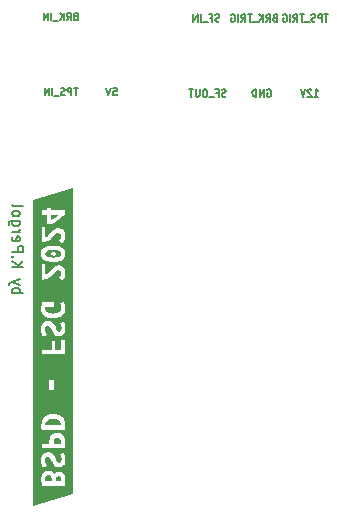
<source format=gbr>
%TF.GenerationSoftware,KiCad,Pcbnew,(6.0.8)*%
%TF.CreationDate,2023-11-13T19:04:35+01:00*%
%TF.ProjectId,BSPD-07,42535044-2d30-4372-9e6b-696361645f70,rev?*%
%TF.SameCoordinates,Original*%
%TF.FileFunction,Legend,Bot*%
%TF.FilePolarity,Positive*%
%FSLAX46Y46*%
G04 Gerber Fmt 4.6, Leading zero omitted, Abs format (unit mm)*
G04 Created by KiCad (PCBNEW (6.0.8)) date 2023-11-13 19:04:35*
%MOMM*%
%LPD*%
G01*
G04 APERTURE LIST*
%ADD10C,0.150000*%
G04 APERTURE END LIST*
D10*
X154757657Y-90025542D02*
X154671942Y-90054114D01*
X154643371Y-90082685D01*
X154614800Y-90139828D01*
X154614800Y-90225542D01*
X154643371Y-90282685D01*
X154671942Y-90311257D01*
X154729085Y-90339828D01*
X154957657Y-90339828D01*
X154957657Y-89739828D01*
X154757657Y-89739828D01*
X154700514Y-89768400D01*
X154671942Y-89796971D01*
X154643371Y-89854114D01*
X154643371Y-89911257D01*
X154671942Y-89968400D01*
X154700514Y-89996971D01*
X154757657Y-90025542D01*
X154957657Y-90025542D01*
X154014800Y-90339828D02*
X154214800Y-90054114D01*
X154357657Y-90339828D02*
X154357657Y-89739828D01*
X154129085Y-89739828D01*
X154071942Y-89768400D01*
X154043371Y-89796971D01*
X154014800Y-89854114D01*
X154014800Y-89939828D01*
X154043371Y-89996971D01*
X154071942Y-90025542D01*
X154129085Y-90054114D01*
X154357657Y-90054114D01*
X153757657Y-90339828D02*
X153757657Y-89739828D01*
X153414800Y-90339828D02*
X153671942Y-89996971D01*
X153414800Y-89739828D02*
X153757657Y-90082685D01*
X153300514Y-90396971D02*
X152843371Y-90396971D01*
X152700514Y-90339828D02*
X152700514Y-89739828D01*
X152414800Y-90339828D02*
X152414800Y-89739828D01*
X152071942Y-90339828D01*
X152071942Y-89739828D01*
X171654942Y-90152542D02*
X171569228Y-90181114D01*
X171540657Y-90209685D01*
X171512085Y-90266828D01*
X171512085Y-90352542D01*
X171540657Y-90409685D01*
X171569228Y-90438257D01*
X171626371Y-90466828D01*
X171854942Y-90466828D01*
X171854942Y-89866828D01*
X171654942Y-89866828D01*
X171597800Y-89895400D01*
X171569228Y-89923971D01*
X171540657Y-89981114D01*
X171540657Y-90038257D01*
X171569228Y-90095400D01*
X171597800Y-90123971D01*
X171654942Y-90152542D01*
X171854942Y-90152542D01*
X170912085Y-90466828D02*
X171112085Y-90181114D01*
X171254942Y-90466828D02*
X171254942Y-89866828D01*
X171026371Y-89866828D01*
X170969228Y-89895400D01*
X170940657Y-89923971D01*
X170912085Y-89981114D01*
X170912085Y-90066828D01*
X170940657Y-90123971D01*
X170969228Y-90152542D01*
X171026371Y-90181114D01*
X171254942Y-90181114D01*
X170654942Y-90466828D02*
X170654942Y-89866828D01*
X170312085Y-90466828D02*
X170569228Y-90123971D01*
X170312085Y-89866828D02*
X170654942Y-90209685D01*
X170197800Y-90523971D02*
X169740657Y-90523971D01*
X169683514Y-89866828D02*
X169340657Y-89866828D01*
X169512085Y-90466828D02*
X169512085Y-89866828D01*
X168797800Y-90466828D02*
X168997800Y-90181114D01*
X169140657Y-90466828D02*
X169140657Y-89866828D01*
X168912085Y-89866828D01*
X168854942Y-89895400D01*
X168826371Y-89923971D01*
X168797800Y-89981114D01*
X168797800Y-90066828D01*
X168826371Y-90123971D01*
X168854942Y-90152542D01*
X168912085Y-90181114D01*
X169140657Y-90181114D01*
X168540657Y-90466828D02*
X168540657Y-89866828D01*
X167940657Y-89895400D02*
X167997800Y-89866828D01*
X168083514Y-89866828D01*
X168169228Y-89895400D01*
X168226371Y-89952542D01*
X168254942Y-90009685D01*
X168283514Y-90123971D01*
X168283514Y-90209685D01*
X168254942Y-90323971D01*
X168226371Y-90381114D01*
X168169228Y-90438257D01*
X168083514Y-90466828D01*
X168026371Y-90466828D01*
X167940657Y-90438257D01*
X167912085Y-90409685D01*
X167912085Y-90209685D01*
X168026371Y-90209685D01*
X149424657Y-113460542D02*
X150324657Y-113460542D01*
X149981800Y-113460542D02*
X150024657Y-113374828D01*
X150024657Y-113203400D01*
X149981800Y-113117685D01*
X149938942Y-113074828D01*
X149853228Y-113031971D01*
X149596085Y-113031971D01*
X149510371Y-113074828D01*
X149467514Y-113117685D01*
X149424657Y-113203400D01*
X149424657Y-113374828D01*
X149467514Y-113460542D01*
X150024657Y-112731971D02*
X149424657Y-112517685D01*
X150024657Y-112303400D02*
X149424657Y-112517685D01*
X149210371Y-112603400D01*
X149167514Y-112646257D01*
X149124657Y-112731971D01*
X149424657Y-111274828D02*
X150324657Y-111274828D01*
X149424657Y-110760542D02*
X149938942Y-111146257D01*
X150324657Y-110760542D02*
X149810371Y-111274828D01*
X149510371Y-110374828D02*
X149467514Y-110331971D01*
X149424657Y-110374828D01*
X149467514Y-110417685D01*
X149510371Y-110374828D01*
X149424657Y-110374828D01*
X149424657Y-109946257D02*
X150324657Y-109946257D01*
X150324657Y-109603400D01*
X150281800Y-109517685D01*
X150238942Y-109474828D01*
X150153228Y-109431971D01*
X150024657Y-109431971D01*
X149938942Y-109474828D01*
X149896085Y-109517685D01*
X149853228Y-109603400D01*
X149853228Y-109946257D01*
X149467514Y-108703400D02*
X149424657Y-108789114D01*
X149424657Y-108960542D01*
X149467514Y-109046257D01*
X149553228Y-109089114D01*
X149896085Y-109089114D01*
X149981800Y-109046257D01*
X150024657Y-108960542D01*
X150024657Y-108789114D01*
X149981800Y-108703400D01*
X149896085Y-108660542D01*
X149810371Y-108660542D01*
X149724657Y-109089114D01*
X149424657Y-108274828D02*
X150024657Y-108274828D01*
X149853228Y-108274828D02*
X149938942Y-108231971D01*
X149981800Y-108189114D01*
X150024657Y-108103400D01*
X150024657Y-108017685D01*
X150024657Y-107331971D02*
X149296085Y-107331971D01*
X149210371Y-107374828D01*
X149167514Y-107417685D01*
X149124657Y-107503400D01*
X149124657Y-107631971D01*
X149167514Y-107717685D01*
X149467514Y-107331971D02*
X149424657Y-107417685D01*
X149424657Y-107589114D01*
X149467514Y-107674828D01*
X149510371Y-107717685D01*
X149596085Y-107760542D01*
X149853228Y-107760542D01*
X149938942Y-107717685D01*
X149981800Y-107674828D01*
X150024657Y-107589114D01*
X150024657Y-107417685D01*
X149981800Y-107331971D01*
X149424657Y-106774828D02*
X149467514Y-106860542D01*
X149510371Y-106903400D01*
X149596085Y-106946257D01*
X149853228Y-106946257D01*
X149938942Y-106903400D01*
X149981800Y-106860542D01*
X150024657Y-106774828D01*
X150024657Y-106646257D01*
X149981800Y-106560542D01*
X149938942Y-106517685D01*
X149853228Y-106474828D01*
X149596085Y-106474828D01*
X149510371Y-106517685D01*
X149467514Y-106560542D01*
X149424657Y-106646257D01*
X149424657Y-106774828D01*
X149424657Y-105960542D02*
X149467514Y-106046257D01*
X149553228Y-106089114D01*
X150324657Y-106089114D01*
X174968228Y-96816828D02*
X175311085Y-96816828D01*
X175139657Y-96816828D02*
X175139657Y-96216828D01*
X175196800Y-96302542D01*
X175253942Y-96359685D01*
X175311085Y-96388257D01*
X174739657Y-96273971D02*
X174711085Y-96245400D01*
X174653942Y-96216828D01*
X174511085Y-96216828D01*
X174453942Y-96245400D01*
X174425371Y-96273971D01*
X174396800Y-96331114D01*
X174396800Y-96388257D01*
X174425371Y-96473971D01*
X174768228Y-96816828D01*
X174396800Y-96816828D01*
X174225371Y-96216828D02*
X174025371Y-96816828D01*
X173825371Y-96216828D01*
X154957657Y-96089828D02*
X154614800Y-96089828D01*
X154786228Y-96689828D02*
X154786228Y-96089828D01*
X154414800Y-96689828D02*
X154414800Y-96089828D01*
X154186228Y-96089828D01*
X154129085Y-96118400D01*
X154100514Y-96146971D01*
X154071942Y-96204114D01*
X154071942Y-96289828D01*
X154100514Y-96346971D01*
X154129085Y-96375542D01*
X154186228Y-96404114D01*
X154414800Y-96404114D01*
X153843371Y-96661257D02*
X153757657Y-96689828D01*
X153614800Y-96689828D01*
X153557657Y-96661257D01*
X153529085Y-96632685D01*
X153500514Y-96575542D01*
X153500514Y-96518400D01*
X153529085Y-96461257D01*
X153557657Y-96432685D01*
X153614800Y-96404114D01*
X153729085Y-96375542D01*
X153786228Y-96346971D01*
X153814800Y-96318400D01*
X153843371Y-96261257D01*
X153843371Y-96204114D01*
X153814800Y-96146971D01*
X153786228Y-96118400D01*
X153729085Y-96089828D01*
X153586228Y-96089828D01*
X153500514Y-96118400D01*
X153386228Y-96746971D02*
X152929085Y-96746971D01*
X152786228Y-96689828D02*
X152786228Y-96089828D01*
X152500514Y-96689828D02*
X152500514Y-96089828D01*
X152157657Y-96689828D01*
X152157657Y-96089828D01*
X167475085Y-96788257D02*
X167389371Y-96816828D01*
X167246514Y-96816828D01*
X167189371Y-96788257D01*
X167160800Y-96759685D01*
X167132228Y-96702542D01*
X167132228Y-96645400D01*
X167160800Y-96588257D01*
X167189371Y-96559685D01*
X167246514Y-96531114D01*
X167360800Y-96502542D01*
X167417942Y-96473971D01*
X167446514Y-96445400D01*
X167475085Y-96388257D01*
X167475085Y-96331114D01*
X167446514Y-96273971D01*
X167417942Y-96245400D01*
X167360800Y-96216828D01*
X167217942Y-96216828D01*
X167132228Y-96245400D01*
X166675085Y-96502542D02*
X166875085Y-96502542D01*
X166875085Y-96816828D02*
X166875085Y-96216828D01*
X166589371Y-96216828D01*
X166503657Y-96873971D02*
X166046514Y-96873971D01*
X165789371Y-96216828D02*
X165675085Y-96216828D01*
X165617942Y-96245400D01*
X165560800Y-96302542D01*
X165532228Y-96416828D01*
X165532228Y-96616828D01*
X165560800Y-96731114D01*
X165617942Y-96788257D01*
X165675085Y-96816828D01*
X165789371Y-96816828D01*
X165846514Y-96788257D01*
X165903657Y-96731114D01*
X165932228Y-96616828D01*
X165932228Y-96416828D01*
X165903657Y-96302542D01*
X165846514Y-96245400D01*
X165789371Y-96216828D01*
X165275085Y-96216828D02*
X165275085Y-96702542D01*
X165246514Y-96759685D01*
X165217942Y-96788257D01*
X165160800Y-96816828D01*
X165046514Y-96816828D01*
X164989371Y-96788257D01*
X164960800Y-96759685D01*
X164932228Y-96702542D01*
X164932228Y-96216828D01*
X164732228Y-96216828D02*
X164389371Y-96216828D01*
X164560800Y-96816828D02*
X164560800Y-96216828D01*
X166948085Y-90438257D02*
X166862371Y-90466828D01*
X166719514Y-90466828D01*
X166662371Y-90438257D01*
X166633800Y-90409685D01*
X166605228Y-90352542D01*
X166605228Y-90295400D01*
X166633800Y-90238257D01*
X166662371Y-90209685D01*
X166719514Y-90181114D01*
X166833800Y-90152542D01*
X166890942Y-90123971D01*
X166919514Y-90095400D01*
X166948085Y-90038257D01*
X166948085Y-89981114D01*
X166919514Y-89923971D01*
X166890942Y-89895400D01*
X166833800Y-89866828D01*
X166690942Y-89866828D01*
X166605228Y-89895400D01*
X166148085Y-90152542D02*
X166348085Y-90152542D01*
X166348085Y-90466828D02*
X166348085Y-89866828D01*
X166062371Y-89866828D01*
X165976657Y-90523971D02*
X165519514Y-90523971D01*
X165376657Y-90466828D02*
X165376657Y-89866828D01*
X165090942Y-90466828D02*
X165090942Y-89866828D01*
X164748085Y-90466828D01*
X164748085Y-89866828D01*
X176172942Y-89866828D02*
X175830085Y-89866828D01*
X176001514Y-90466828D02*
X176001514Y-89866828D01*
X175630085Y-90466828D02*
X175630085Y-89866828D01*
X175401514Y-89866828D01*
X175344371Y-89895400D01*
X175315800Y-89923971D01*
X175287228Y-89981114D01*
X175287228Y-90066828D01*
X175315800Y-90123971D01*
X175344371Y-90152542D01*
X175401514Y-90181114D01*
X175630085Y-90181114D01*
X175058657Y-90438257D02*
X174972942Y-90466828D01*
X174830085Y-90466828D01*
X174772942Y-90438257D01*
X174744371Y-90409685D01*
X174715800Y-90352542D01*
X174715800Y-90295400D01*
X174744371Y-90238257D01*
X174772942Y-90209685D01*
X174830085Y-90181114D01*
X174944371Y-90152542D01*
X175001514Y-90123971D01*
X175030085Y-90095400D01*
X175058657Y-90038257D01*
X175058657Y-89981114D01*
X175030085Y-89923971D01*
X175001514Y-89895400D01*
X174944371Y-89866828D01*
X174801514Y-89866828D01*
X174715800Y-89895400D01*
X174601514Y-90523971D02*
X174144371Y-90523971D01*
X174087228Y-89866828D02*
X173744371Y-89866828D01*
X173915800Y-90466828D02*
X173915800Y-89866828D01*
X173201514Y-90466828D02*
X173401514Y-90181114D01*
X173544371Y-90466828D02*
X173544371Y-89866828D01*
X173315800Y-89866828D01*
X173258657Y-89895400D01*
X173230085Y-89923971D01*
X173201514Y-89981114D01*
X173201514Y-90066828D01*
X173230085Y-90123971D01*
X173258657Y-90152542D01*
X173315800Y-90181114D01*
X173544371Y-90181114D01*
X172944371Y-90466828D02*
X172944371Y-89866828D01*
X172344371Y-89895400D02*
X172401514Y-89866828D01*
X172487228Y-89866828D01*
X172572942Y-89895400D01*
X172630085Y-89952542D01*
X172658657Y-90009685D01*
X172687228Y-90123971D01*
X172687228Y-90209685D01*
X172658657Y-90323971D01*
X172630085Y-90381114D01*
X172572942Y-90438257D01*
X172487228Y-90466828D01*
X172430085Y-90466828D01*
X172344371Y-90438257D01*
X172315800Y-90409685D01*
X172315800Y-90209685D01*
X172430085Y-90209685D01*
X157947085Y-96089828D02*
X158232800Y-96089828D01*
X158261371Y-96375542D01*
X158232800Y-96346971D01*
X158175657Y-96318400D01*
X158032800Y-96318400D01*
X157975657Y-96346971D01*
X157947085Y-96375542D01*
X157918514Y-96432685D01*
X157918514Y-96575542D01*
X157947085Y-96632685D01*
X157975657Y-96661257D01*
X158032800Y-96689828D01*
X158175657Y-96689828D01*
X158232800Y-96661257D01*
X158261371Y-96632685D01*
X157747085Y-96089828D02*
X157547085Y-96689828D01*
X157347085Y-96089828D01*
X170989942Y-96245400D02*
X171047085Y-96216828D01*
X171132800Y-96216828D01*
X171218514Y-96245400D01*
X171275657Y-96302542D01*
X171304228Y-96359685D01*
X171332800Y-96473971D01*
X171332800Y-96559685D01*
X171304228Y-96673971D01*
X171275657Y-96731114D01*
X171218514Y-96788257D01*
X171132800Y-96816828D01*
X171075657Y-96816828D01*
X170989942Y-96788257D01*
X170961371Y-96759685D01*
X170961371Y-96559685D01*
X171075657Y-96559685D01*
X170704228Y-96816828D02*
X170704228Y-96216828D01*
X170361371Y-96816828D01*
X170361371Y-96216828D01*
X170075657Y-96816828D02*
X170075657Y-96216828D01*
X169932800Y-96216828D01*
X169847085Y-96245400D01*
X169789942Y-96302542D01*
X169761371Y-96359685D01*
X169732800Y-96473971D01*
X169732800Y-96559685D01*
X169761371Y-96673971D01*
X169789942Y-96731114D01*
X169847085Y-96788257D01*
X169932800Y-96816828D01*
X170075657Y-96816828D01*
%TO.C,kibuzzard-6551674A*%
G36*
X152694063Y-128946275D02*
G01*
X152755975Y-129189163D01*
X152755975Y-129398713D01*
X152222575Y-129398713D01*
X152213050Y-129308225D01*
X152209875Y-129211387D01*
X152220988Y-129081213D01*
X152262262Y-128968500D01*
X152347988Y-128887538D01*
X152489275Y-128855788D01*
X152694063Y-128946275D01*
G37*
G36*
X153127450Y-124112338D02*
G01*
X153340175Y-124179013D01*
X153487813Y-124309188D01*
X153543375Y-124521913D01*
X153541788Y-124579063D01*
X153533850Y-124636213D01*
X152213050Y-124636213D01*
X152209875Y-124601288D01*
X152209875Y-124566363D01*
X152260675Y-124342525D01*
X152400375Y-124196475D01*
X152611513Y-124117100D01*
X152739703Y-124099241D01*
X152879800Y-124093288D01*
X153127450Y-124112338D01*
G37*
G36*
X154566783Y-104553914D02*
G01*
X154566783Y-130450696D01*
X151192817Y-131462886D01*
X151192817Y-129243138D01*
X151870150Y-129243138D01*
X151873722Y-129375694D01*
X151884438Y-129513013D01*
X151902297Y-129651919D01*
X151927300Y-129789237D01*
X153835475Y-129789237D01*
X153868813Y-129544763D01*
X153883100Y-129281238D01*
X153871591Y-129079625D01*
X153837063Y-128919288D01*
X153716413Y-128700213D01*
X153549725Y-128592263D01*
X153365575Y-128563688D01*
X153233813Y-128580753D01*
X153117925Y-128631950D01*
X152946475Y-128814513D01*
X152860750Y-128646634D01*
X152749625Y-128543050D01*
X152622625Y-128489472D01*
X152489275Y-128471613D01*
X152326159Y-128486694D01*
X152192413Y-128531938D01*
X152001913Y-128695450D01*
X151940794Y-128808163D01*
X151900313Y-128939925D01*
X151877691Y-129086372D01*
X151870150Y-129243138D01*
X151192817Y-129243138D01*
X151192817Y-127636588D01*
X151854275Y-127636588D01*
X151867372Y-127856456D01*
X151906663Y-128027113D01*
X152003500Y-128246188D01*
X152321000Y-128131888D01*
X152225750Y-127927100D01*
X152192413Y-127794941D01*
X152181300Y-127636588D01*
X152201938Y-127473075D01*
X152259088Y-127369888D01*
X152341638Y-127317500D01*
X152435300Y-127303212D01*
X152543250Y-127338138D01*
X152627388Y-127427038D01*
X152694063Y-127547688D01*
X152749625Y-127681038D01*
X152822650Y-127865188D01*
X152927425Y-128038225D01*
X153084588Y-128166812D01*
X153317950Y-128217613D01*
X153564013Y-128172766D01*
X153749750Y-128038225D01*
X153836181Y-127903640D01*
X153888039Y-127739069D01*
X153905325Y-127544513D01*
X153895006Y-127375047D01*
X153864050Y-127228600D01*
X153771975Y-127001588D01*
X153470350Y-127115888D01*
X153546550Y-127292100D01*
X153578300Y-127515938D01*
X153553253Y-127688799D01*
X153478111Y-127792515D01*
X153352875Y-127827088D01*
X153252863Y-127795337D01*
X153176663Y-127714375D01*
X153117925Y-127603250D01*
X153070300Y-127481013D01*
X152992513Y-127288925D01*
X152878213Y-127104775D01*
X152700413Y-126966663D01*
X152580159Y-126926181D01*
X152432125Y-126912687D01*
X152187253Y-126957534D01*
X152005088Y-127092075D01*
X151921303Y-127232304D01*
X151871032Y-127413808D01*
X151854275Y-127636588D01*
X151192817Y-127636588D01*
X151192817Y-126614238D01*
X151895550Y-126614238D01*
X153835475Y-126614238D01*
X153857700Y-126485650D01*
X153871988Y-126341188D01*
X153879925Y-126198313D01*
X153883100Y-126074488D01*
X153865990Y-125843418D01*
X153814661Y-125649743D01*
X153729113Y-125493463D01*
X153604758Y-125378810D01*
X153437013Y-125310018D01*
X153225875Y-125287087D01*
X153012621Y-125310194D01*
X152842758Y-125379515D01*
X152716288Y-125495050D01*
X152628975Y-125652918D01*
X152576588Y-125849239D01*
X152559125Y-126084013D01*
X152559125Y-126223713D01*
X151895550Y-126223713D01*
X151895550Y-126614238D01*
X151192817Y-126614238D01*
X151192817Y-124607638D01*
X151870150Y-124607638D01*
X151881263Y-124812425D01*
X151917775Y-125026738D01*
X153835475Y-125026738D01*
X153873575Y-124775913D01*
X153883100Y-124556838D01*
X153868813Y-124371497D01*
X153825950Y-124202825D01*
X153752528Y-124054791D01*
X153646563Y-123931363D01*
X153507656Y-123832541D01*
X153335413Y-123758325D01*
X153127053Y-123711891D01*
X152879800Y-123696412D01*
X152626991Y-123713478D01*
X152414663Y-123764675D01*
X152240434Y-123846034D01*
X152101925Y-123953587D01*
X151997547Y-124085747D01*
X151925713Y-124240925D01*
X151884041Y-124415947D01*
X151870150Y-124607638D01*
X151192817Y-124607638D01*
X151192817Y-121664412D01*
X152517850Y-121664412D01*
X152902025Y-121664412D01*
X152902025Y-120794463D01*
X152517850Y-120794463D01*
X152517850Y-121664412D01*
X151192817Y-121664412D01*
X151192817Y-118648162D01*
X151895550Y-118648162D01*
X153860875Y-118648162D01*
X153860875Y-117444837D01*
X153537025Y-117444837D01*
X153537025Y-118257638D01*
X153060775Y-118257638D01*
X153060775Y-117546437D01*
X152736925Y-117546437D01*
X152736925Y-118257638D01*
X151895550Y-118257638D01*
X151895550Y-118648162D01*
X151192817Y-118648162D01*
X151192817Y-116524087D01*
X151854275Y-116524087D01*
X151867372Y-116743956D01*
X151906663Y-116914612D01*
X152003500Y-117133688D01*
X152321000Y-117019388D01*
X152225750Y-116814600D01*
X152192413Y-116682441D01*
X152181300Y-116524087D01*
X152201938Y-116360575D01*
X152259088Y-116257387D01*
X152341638Y-116205000D01*
X152435300Y-116190713D01*
X152543250Y-116225638D01*
X152627388Y-116314537D01*
X152694063Y-116435188D01*
X152749625Y-116568537D01*
X152822650Y-116752687D01*
X152927425Y-116925725D01*
X153084588Y-117054312D01*
X153317950Y-117105112D01*
X153564013Y-117060266D01*
X153749750Y-116925725D01*
X153836181Y-116791140D01*
X153888039Y-116626569D01*
X153905325Y-116432013D01*
X153895006Y-116262547D01*
X153864050Y-116116100D01*
X153771975Y-115889088D01*
X153470350Y-116003387D01*
X153546550Y-116179600D01*
X153578300Y-116403437D01*
X153553253Y-116576299D01*
X153478111Y-116680015D01*
X153352875Y-116714587D01*
X153252863Y-116682838D01*
X153176663Y-116601875D01*
X153117925Y-116490750D01*
X153070300Y-116368512D01*
X152992513Y-116176425D01*
X152878213Y-115992275D01*
X152700413Y-115854162D01*
X152580159Y-115813681D01*
X152432125Y-115800187D01*
X152187253Y-115845034D01*
X152005088Y-115979575D01*
X151921303Y-116119804D01*
X151871032Y-116301308D01*
X151854275Y-116524087D01*
X151192817Y-116524087D01*
X151192817Y-114784187D01*
X151854275Y-114784187D01*
X151870547Y-114959209D01*
X151919363Y-115115975D01*
X152000325Y-115252897D01*
X152113038Y-115368387D01*
X152257500Y-115461256D01*
X152433713Y-115530312D01*
X152641278Y-115573175D01*
X152879800Y-115587463D01*
X153115941Y-115570794D01*
X153322713Y-115520787D01*
X153499322Y-115442206D01*
X153644975Y-115339813D01*
X153758878Y-115215194D01*
X153840238Y-115069937D01*
X153889053Y-114908806D01*
X153905325Y-114736562D01*
X153887863Y-114531775D01*
X153848175Y-114374612D01*
X153800550Y-114265075D01*
X153762450Y-114199988D01*
X153451300Y-114301588D01*
X153530675Y-114473037D01*
X153565600Y-114682587D01*
X153514800Y-114917537D01*
X153373513Y-115074700D01*
X153157613Y-115163600D01*
X153025453Y-115183841D01*
X152879800Y-115190588D01*
X152665488Y-115178240D01*
X152492450Y-115141199D01*
X152360687Y-115079462D01*
X152235672Y-114942144D01*
X152194000Y-114752438D01*
X152197175Y-114676237D01*
X152206700Y-114600038D01*
X152924250Y-114600038D01*
X152924250Y-114209513D01*
X151943175Y-114209513D01*
X151886025Y-114427000D01*
X151862212Y-114590116D01*
X151854275Y-114784187D01*
X151192817Y-114784187D01*
X151192817Y-112314037D01*
X151895550Y-112314037D01*
X151974925Y-112321975D01*
X152041600Y-112320388D01*
X152194000Y-112305703D01*
X152333700Y-112261650D01*
X152461891Y-112194975D01*
X152579763Y-112112425D01*
X152688506Y-112018762D01*
X152789313Y-111918750D01*
X152884166Y-111818737D01*
X152975050Y-111725075D01*
X153146500Y-111575850D01*
X153314775Y-111517113D01*
X153500513Y-111590137D01*
X153565600Y-111774287D01*
X153521150Y-111967962D01*
X153371925Y-112167987D01*
X153644975Y-112361662D01*
X153760863Y-112224741D01*
X153841825Y-112067975D01*
X153889450Y-111901684D01*
X153905325Y-111736188D01*
X153870400Y-111504412D01*
X153765625Y-111307562D01*
X153589413Y-111171037D01*
X153343350Y-111120237D01*
X153148088Y-111158338D01*
X152965525Y-111259937D01*
X152794075Y-111402812D01*
X152635325Y-111564737D01*
X152544838Y-111659987D01*
X152436888Y-111761587D01*
X152324175Y-111842550D01*
X152219400Y-111875887D01*
X152219400Y-111031337D01*
X151895550Y-111031337D01*
X151895550Y-112314037D01*
X151192817Y-112314037D01*
X151192817Y-110116937D01*
X151854275Y-110116937D01*
X151882497Y-110321549D01*
X151967164Y-110490882D01*
X152108275Y-110624938D01*
X152251944Y-110701336D01*
X152428950Y-110755906D01*
X152639294Y-110788648D01*
X152882975Y-110799562D01*
X153123878Y-110788450D01*
X153332238Y-110755113D01*
X153508053Y-110699550D01*
X153651325Y-110621762D01*
X153792436Y-110486649D01*
X153877103Y-110318374D01*
X153905325Y-110116937D01*
X153877279Y-109912326D01*
X153793142Y-109742993D01*
X153652913Y-109608937D01*
X153510137Y-109532539D01*
X153334222Y-109477969D01*
X153125168Y-109445227D01*
X152882975Y-109434312D01*
X152639294Y-109445227D01*
X152428950Y-109477969D01*
X152251944Y-109532539D01*
X152108275Y-109608937D01*
X151967164Y-109742993D01*
X151882497Y-109912326D01*
X151854275Y-110116937D01*
X151192817Y-110116937D01*
X151192817Y-109139037D01*
X151895550Y-109139037D01*
X151974925Y-109146975D01*
X152041600Y-109145387D01*
X152194000Y-109130703D01*
X152333700Y-109086650D01*
X152461891Y-109019975D01*
X152579763Y-108937425D01*
X152688506Y-108843762D01*
X152789313Y-108743750D01*
X152884166Y-108643737D01*
X152975050Y-108550075D01*
X153146500Y-108400850D01*
X153314775Y-108342112D01*
X153500513Y-108415137D01*
X153565600Y-108599287D01*
X153521150Y-108792962D01*
X153371925Y-108992987D01*
X153644975Y-109186662D01*
X153760863Y-109049741D01*
X153841825Y-108892975D01*
X153889450Y-108726684D01*
X153905325Y-108561187D01*
X153870400Y-108329412D01*
X153765625Y-108132562D01*
X153589413Y-107996037D01*
X153343350Y-107945237D01*
X153148088Y-107983338D01*
X152965525Y-108084937D01*
X152794075Y-108227812D01*
X152635325Y-108389737D01*
X152544838Y-108484987D01*
X152436888Y-108586587D01*
X152324175Y-108667550D01*
X152219400Y-108700887D01*
X152219400Y-107856337D01*
X151895550Y-107856337D01*
X151895550Y-109139037D01*
X151192817Y-109139037D01*
X151192817Y-106830812D01*
X151895550Y-106830812D01*
X152359100Y-106830812D01*
X152359100Y-107649962D01*
X152644850Y-107649962D01*
X152777009Y-107580906D01*
X152925838Y-107494387D01*
X153084984Y-107394375D01*
X153248100Y-107284838D01*
X153412009Y-107167363D01*
X153573538Y-107043537D01*
X153725541Y-106916537D01*
X153860875Y-106789538D01*
X153860875Y-106440287D01*
X152679775Y-106440287D01*
X152679775Y-106227562D01*
X152359100Y-106227562D01*
X152359100Y-106440287D01*
X151895550Y-106440287D01*
X151895550Y-106830812D01*
X151192817Y-106830812D01*
X151192817Y-105566104D01*
X154566783Y-104553914D01*
G37*
G36*
X153375497Y-125710553D02*
G01*
X153471938Y-125780800D01*
X153525516Y-125889941D01*
X153543375Y-126030037D01*
X153541788Y-126126875D01*
X153533850Y-126223713D01*
X152898850Y-126223713D01*
X152898850Y-126064963D01*
X152917503Y-125900656D01*
X152973463Y-125782388D01*
X153074666Y-125710950D01*
X153229050Y-125687138D01*
X153375497Y-125710553D01*
G37*
G36*
X153216350Y-106948287D02*
G01*
X153043313Y-107067350D01*
X152860750Y-107180063D01*
X152679775Y-107275313D01*
X152679775Y-106830812D01*
X153371925Y-106830812D01*
X153216350Y-106948287D01*
G37*
G36*
X152367038Y-109870875D02*
G01*
X152502681Y-109824132D01*
X152674660Y-109796086D01*
X152882975Y-109786737D01*
X153089526Y-109796086D01*
X153260447Y-109824132D01*
X153395738Y-109870875D01*
X153527897Y-109974459D01*
X153571950Y-110116937D01*
X153527897Y-110257431D01*
X153395738Y-110361413D01*
X153260447Y-110409038D01*
X153089526Y-110437612D01*
X152882975Y-110447138D01*
X152674660Y-110437612D01*
X152502681Y-110409038D01*
X152367038Y-110361413D01*
X152234878Y-110257431D01*
X152190825Y-110116937D01*
X152191807Y-110113762D01*
X152705175Y-110113762D01*
X152767088Y-110243937D01*
X152914725Y-110291562D01*
X153063950Y-110243937D01*
X153127450Y-110113762D01*
X153063950Y-109988350D01*
X152914725Y-109939138D01*
X152767088Y-109988350D01*
X152705175Y-110113762D01*
X152191807Y-110113762D01*
X152234878Y-109974459D01*
X152367038Y-109870875D01*
G37*
G36*
X153437013Y-128966913D02*
G01*
X153503688Y-129027238D01*
X153535438Y-129116138D01*
X153543375Y-129220913D01*
X153540200Y-129312988D01*
X153530675Y-129398713D01*
X153079825Y-129398713D01*
X153079825Y-129246312D01*
X153144913Y-129020888D01*
X153324300Y-128944688D01*
X153437013Y-128966913D01*
G37*
%TD*%
M02*

</source>
